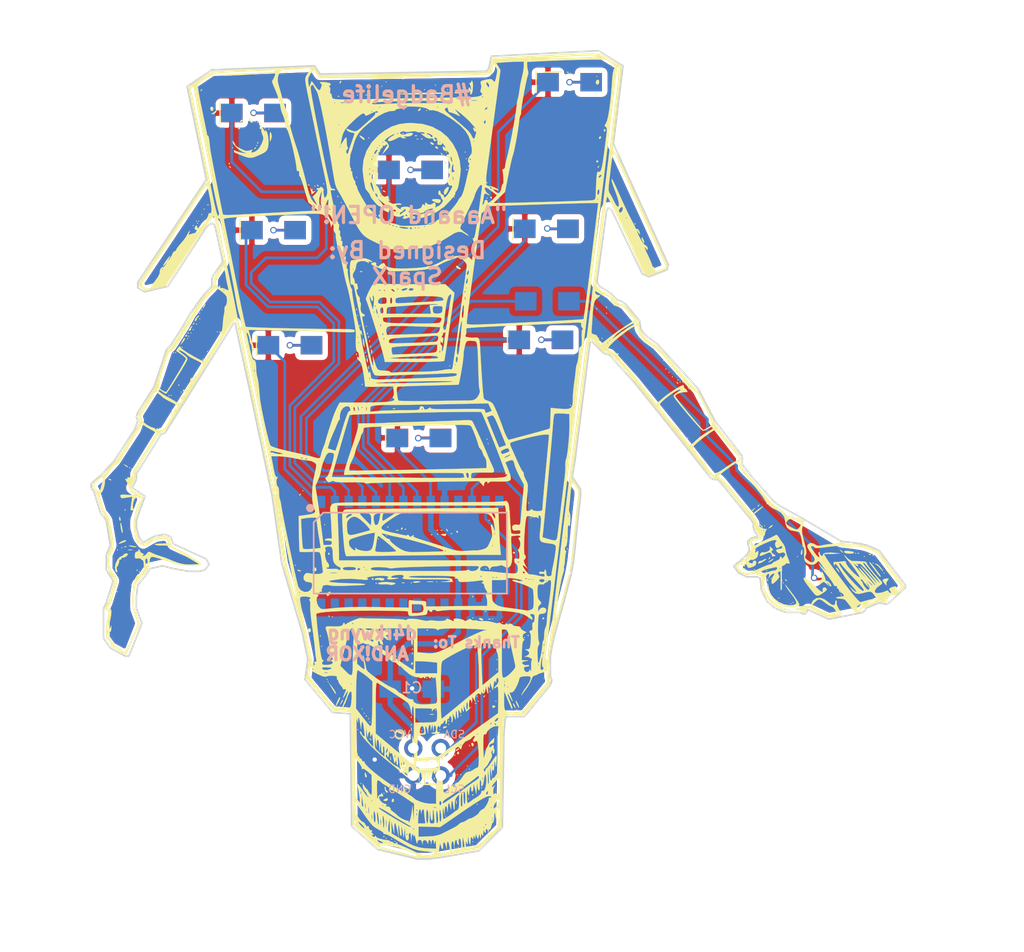
<source format=kicad_pcb>
(kicad_pcb (version 4) (host pcbnew 4.0.6)
  (layers (0 F.Cu signal) (31 B.Cu signal) (34 B.Paste user) (35 F.Paste user) (36 B.SilkS user) (37 F.SilkS user hide) (38 B.Mask user) (39 F.Mask user hide) (44 Edge.Cuts user))
  (net 0 "")
  (net 1 +3V3)
  (net 2 GND)
  (net 3 "Net-(D1-Pad2)")
  (net 4 "Net-(D2-Pad2)")
  (net 5 "Net-(D3-Pad2)")
  (net 6 "Net-(D4-Pad2)")
  (net 7 "Net-(D5-Pad2)")
  (net 8 "Net-(D6-Pad2)")
  (net 9 "Net-(D7-Pad2)")
  (net 10 "Net-(D8-Pad2)")
  (net 11 "Net-(D9-Pad2)")
  (net 12 "Net-(R1-Pad1)")
  (net 13 "Net-(R2-Pad1)")
  (net 14 "Net-(R3-Pad1)")
  (net 15 "Net-(R4-Pad1)")
  (net 16 "Net-(R5-Pad1)")
  (net 17 "Net-(R6-Pad1)")
  (net 18 "Net-(R7-Pad1)")
  (net 19 "Net-(R9-Pad1)")
  (net 20 scl)
  (net 21 sda)
  (net 22 "Net-(U1-Pad19)")
  (net 23 "Net-(U1-Pad20)")
  (net 24 "Net-(U1-Pad22)")
  (net 25 "Net-(U1-Pad23)")
  (net 26 "Net-(U1-Pad24)")
  (net 27 "Net-(U1-Pad25)")
  (net 28 "Net-(U1-Pad26)")
  (net 29 "Net-(U1-Pad27)")
  (net 30 "Net-(U1-Pad28)")
  (net 31 "Net-(U1-Pad21)")
  (module Shitty_AddOn:Badgelife-Shitty-2x2 (layer F.Cu) (at 93.472 137.668)
    (fp_text reference X1)
    (fp_text value Badgelife_shitty_connector)
    (fp_text user SDA (at 2.54 -2.54) (layer B.SilkS) (effects (font (size 0.7 0.7) (thickness 0.1)) (justify mirror)))
    (fp_text user SCL (at 2.54 2.54) (layer B.SilkS) (effects (font (size 0.7 0.7) (thickness 0.1)) (justify mirror)))
    (fp_text user GND (at -2.54 2.54) (layer B.SilkS) (effects (font (size 0.7 0.7) (thickness 0.1)) (justify mirror)))
    (fp_text user VCC (at -2.54 -2.54) (layer B.SilkS) (effects (font (size 0.7 0.7) (thickness 0.1)) (justify mirror)))
    (pad 4 thru_hole circle (at 1.27 -1.27) (size 1.7 1.7) (drill 1) (layers *.Cu *.Mask) (net 21 sda))
    (pad 3 thru_hole oval (at 1.27 1.27) (size 1.7 1.7) (drill 1) (layers *.Cu *.Mask) (net 20 scl))
    (pad 1 thru_hole oval (at -1.27 -1.27) (size 1.7 1.7) (drill 1) (layers *.Cu *.Mask) (net 1 +3V3))
    (pad 2 thru_hole oval (at -1.27 1.27) (size 1.7 1.7) (drill 1) (layers *.Cu *.Mask) (net 2 GND))
  )
  (module Design:CL4P_Silk (layer F.Cu) (at 100 100)
    (fp_text reference "" hide)
    (fp_text value "" hide)
  )
  (module Design:CL4P_Sold (layer F.Cu) (at 100 100)
    (fp_text reference "" hide)
    (fp_text value "" hide)
  )
  (module lib:C_1206_HandSoldering_Min_Silk (layer B.Cu) (at 92.0623 130.92684)
    (fp_text reference C1 (at 0 -0.127) (layer B.SilkS) (effects (justify mirror)))
    (fp_text value 0.1uf)
    (pad 1 smd rect (at -2 0) (size 2 1.6) (layers B.Cu B.Paste B.Mask) (net 1 +3V3))
    (pad 2 smd rect (at 2 0) (size 2 1.6) (layers B.Cu B.Paste B.Mask) (net 2 GND))
  )
  (module lib:R_1206_HandSoldering_Min (layer B.Cu) (at 104.013 98.5393)
    (fp_text reference R9 hide)
    (fp_text value 220 hide)
    (pad 1 smd rect (at -2 0) (size 2 1.7) (layers B.Cu B.Paste B.Mask) (net 19 "Net-(R9-Pad1)"))
    (pad 2 smd rect (at 2 0) (size 2 1.7) (layers B.Cu B.Paste B.Mask) (net 11 "Net-(D9-Pad2)"))
  )
  (module lib:R_1206_HandSoldering_Min (layer B.Cu) (at 92.70492 107.6706 180)
    (fp_text reference R8 hide)
    (fp_text value 220 hide)
    (pad 1 smd rect (at -2 0 180) (size 2 1.7) (layers B.Cu B.Paste B.Mask) (net 10 "Net-(D8-Pad2)"))
    (pad 2 smd rect (at 2 0 180) (size 2 1.7) (layers B.Cu B.Paste B.Mask) (net 1 +3V3))
  )
  (module lib:R_1206_HandSoldering_Min (layer B.Cu) (at 104.6226 94.9833)
    (fp_text reference R7 hide)
    (fp_text value 220 hide)
    (pad 1 smd rect (at -2 0) (size 2 1.7) (layers B.Cu B.Paste B.Mask) (net 18 "Net-(R7-Pad1)"))
    (pad 2 smd rect (at 2 0) (size 2 1.7) (layers B.Cu B.Paste B.Mask) (net 9 "Net-(D7-Pad2)"))
  )
  (module lib:R_1206_HandSoldering_Min (layer B.Cu) (at 104.52354 88.26246)
    (fp_text reference R6 hide)
    (fp_text value 220 hide)
    (pad 1 smd rect (at -2 0) (size 2 1.7) (layers B.Cu B.Paste B.Mask) (net 17 "Net-(R6-Pad1)"))
    (pad 2 smd rect (at 2 0) (size 2 1.7) (layers B.Cu B.Paste B.Mask) (net 8 "Net-(D6-Pad2)"))
  )
  (module lib:R_1206_HandSoldering_Min (layer B.Cu) (at 106.68 74.676)
    (fp_text reference R5 hide)
    (fp_text value 220 hide)
    (pad 1 smd rect (at -2 0) (size 2 1.7) (layers B.Cu B.Paste B.Mask) (net 16 "Net-(R5-Pad1)"))
    (pad 2 smd rect (at 2 0) (size 2 1.7) (layers B.Cu B.Paste B.Mask) (net 7 "Net-(D5-Pad2)"))
  )
  (module lib:R_1206_HandSoldering_Min (layer B.Cu) (at 91.948 82.804)
    (fp_text reference R4 hide)
    (fp_text value 220 hide)
    (pad 1 smd rect (at -2 0) (size 2 1.7) (layers B.Cu B.Paste B.Mask) (net 15 "Net-(R4-Pad1)"))
    (pad 2 smd rect (at 2 0) (size 2 1.7) (layers B.Cu B.Paste B.Mask) (net 6 "Net-(D4-Pad2)"))
  )
  (module lib:R_1206_HandSoldering_Min (layer B.Cu) (at 77.3811 77.51826)
    (fp_text reference R3 hide)
    (fp_text value 220 hide)
    (pad 1 smd rect (at -2 0) (size 2 1.7) (layers B.Cu B.Paste B.Mask) (net 14 "Net-(R3-Pad1)"))
    (pad 2 smd rect (at 2 0) (size 2 1.7) (layers B.Cu B.Paste B.Mask) (net 5 "Net-(D3-Pad2)"))
  )
  (module lib:R_1206_HandSoldering_Min (layer B.Cu) (at 79.248 88.392)
    (fp_text reference R2 hide)
    (fp_text value 220 hide)
    (pad 1 smd rect (at -2 0) (size 2 1.7) (layers B.Cu B.Paste B.Mask) (net 13 "Net-(R2-Pad1)"))
    (pad 2 smd rect (at 2 0) (size 2 1.7) (layers B.Cu B.Paste B.Mask) (net 4 "Net-(D2-Pad2)"))
  )
  (module lib:R_1206_HandSoldering_Min (layer B.Cu) (at 80.772 99.06)
    (fp_text reference R1 hide)
    (fp_text value 220 hide)
    (pad 1 smd rect (at -2 0) (size 2 1.7) (layers B.Cu B.Paste B.Mask) (net 12 "Net-(R1-Pad1)"))
    (pad 2 smd rect (at 2 0) (size 2 1.7) (layers B.Cu B.Paste B.Mask) (net 3 "Net-(D1-Pad2)"))
  )
  (module lib:LED_1206_HandSoldering_Min (layer F.Cu) (at 104.02062 98.57232)
    (fp_text reference D9 hide)
    (fp_text value LED hide)
    (pad 1 smd rect (at -2 0) (size 2 1.7) (layers F.Cu F.Paste F.Mask) (net 2 GND))
    (pad 2 smd rect (at 2 0) (size 2 1.7) (layers F.Cu F.Paste F.Mask) (net 11 "Net-(D9-Pad2)"))
  )
  (module lib:LED_1206_HandSoldering_Min (layer F.Cu) (at 92.7354 107.64012)
    (fp_text reference D8 hide)
    (fp_text value LED hide)
    (pad 1 smd rect (at -2 0) (size 2 1.7) (layers F.Cu F.Paste F.Mask) (net 2 GND))
    (pad 2 smd rect (at 2 0) (size 2 1.7) (layers F.Cu F.Paste F.Mask) (net 10 "Net-(D8-Pad2)"))
  )
  (module lib:LED_1206_HandSoldering_Min (layer F.Cu) (at 129.3876 120.7389)
    (fp_text reference D7 hide)
    (fp_text value LED hide)
    (pad 1 smd rect (at -2 0) (size 2 1.7) (layers F.Cu F.Paste F.Mask) (net 2 GND))
    (pad 2 smd rect (at 2 0) (size 2 1.7) (layers F.Cu F.Paste F.Mask) (net 9 "Net-(D7-Pad2)"))
  )
  (module lib:LED_1206_HandSoldering_Min (layer F.Cu) (at 104.53116 88.27008)
    (fp_text reference D6 hide)
    (fp_text value LED hide)
    (pad 1 smd rect (at -2 0) (size 2 1.7) (layers F.Cu F.Paste F.Mask) (net 2 GND))
    (pad 2 smd rect (at 2 0) (size 2 1.7) (layers F.Cu F.Paste F.Mask) (net 8 "Net-(D6-Pad2)"))
  )
  (module lib:LED_1206_HandSoldering_Min (layer F.Cu) (at 106.68 74.676)
    (fp_text reference D5 hide)
    (fp_text value LED hide)
    (pad 1 smd rect (at -2 0) (size 2 1.7) (layers F.Cu F.Paste F.Mask) (net 2 GND))
    (pad 2 smd rect (at 2 0) (size 2 1.7) (layers F.Cu F.Paste F.Mask) (net 7 "Net-(D5-Pad2)"))
  )
  (module lib:LED_1206_HandSoldering_Min (layer F.Cu) (at 91.948 82.804)
    (fp_text reference D4 hide)
    (fp_text value LED hide)
    (pad 1 smd rect (at -2 0) (size 2 1.7) (layers F.Cu F.Paste F.Mask) (net 2 GND))
    (pad 2 smd rect (at 2 0) (size 2 1.7) (layers F.Cu F.Paste F.Mask) (net 6 "Net-(D4-Pad2)"))
  )
  (module lib:LED_1206_HandSoldering_Min (layer F.Cu) (at 77.3938 77.54112)
    (fp_text reference D3 hide)
    (fp_text value LED hide)
    (pad 1 smd rect (at -2 0) (size 2 1.7) (layers F.Cu F.Paste F.Mask) (net 2 GND))
    (pad 2 smd rect (at 2 0) (size 2 1.7) (layers F.Cu F.Paste F.Mask) (net 5 "Net-(D3-Pad2)"))
  )
  (module lib:LED_1206_HandSoldering_Min (layer F.Cu) (at 79.248 88.392)
    (fp_text reference D2 hide)
    (fp_text value LED hide)
    (pad 1 smd rect (at -2 0) (size 2 1.7) (layers F.Cu F.Paste F.Mask) (net 2 GND))
    (pad 2 smd rect (at 2 0) (size 2 1.7) (layers F.Cu F.Paste F.Mask) (net 4 "Net-(D2-Pad2)"))
  )
  (module lib:LED_1206_HandSoldering_Min (layer F.Cu) (at 80.772 99.06)
    (fp_text reference D1 hide)
    (fp_text value LED hide)
    (pad 1 smd rect (at -2 0) (size 2 1.7) (layers F.Cu F.Paste F.Mask) (net 2 GND))
    (pad 2 smd rect (at 2 0) (size 2 1.7) (layers F.Cu F.Paste F.Mask) (net 3 "Net-(D1-Pad2)"))
  )
  (module Design:JACK2 (layer B.Cu) (at 101.6889 106.7943 195)
    (fp_text reference G*** hide)
    (fp_text value LOGO hide)
  )
  (module lib:MCP23017-ESO_NoSilk (layer B.Cu) (at 91.9226 118.3259)
    (fp_text reference U1)
    (fp_text value MCP23017)
    (pad 1 smd rect (at -8.255 -4.7498) (size 0.762 1.143) (layers B.Cu B.Paste B.Mask) (net 12 "Net-(R1-Pad1)"))
    (pad 2 smd rect (at -6.985 -4.7498) (size 0.762 1.143) (layers B.Cu B.Paste B.Mask) (net 13 "Net-(R2-Pad1)"))
    (pad 3 smd rect (at -5.715 -4.7498) (size 0.762 1.143) (layers B.Cu B.Paste B.Mask) (net 14 "Net-(R3-Pad1)"))
    (pad 4 smd rect (at -4.445 -4.7498) (size 0.762 1.143) (layers B.Cu B.Paste B.Mask) (net 15 "Net-(R4-Pad1)"))
    (pad 5 smd rect (at -3.175 -4.7498) (size 0.762 1.143) (layers B.Cu B.Paste B.Mask) (net 16 "Net-(R5-Pad1)"))
    (pad 6 smd rect (at -1.905 -4.7498) (size 0.762 1.143) (layers B.Cu B.Paste B.Mask) (net 17 "Net-(R6-Pad1)"))
    (pad 7 smd rect (at -0.635 -4.7498) (size 0.762 1.143) (layers B.Cu B.Paste B.Mask) (net 18 "Net-(R7-Pad1)"))
    (pad 8 smd rect (at 0.635 -4.7498) (size 0.762 1.143) (layers B.Cu B.Paste B.Mask) (net 19 "Net-(R9-Pad1)"))
    (pad 9 smd rect (at 1.905 -4.7498) (size 0.762 1.143) (layers B.Cu B.Paste B.Mask) (net 1 +3V3))
    (pad 10 smd rect (at 3.175 -4.7498) (size 0.762 1.143) (layers B.Cu B.Paste B.Mask) (net 2 GND))
    (pad 12 smd rect (at 5.715 -4.7498) (size 0.762 1.143) (layers B.Cu B.Paste B.Mask) (net 20 scl))
    (pad 11 smd rect (at 4.445 -4.7498) (size 0.762 1.143) (layers B.Cu B.Paste B.Mask))
    (pad 13 smd rect (at 6.985 -4.7498) (size 0.762 1.143) (layers B.Cu B.Paste B.Mask) (net 21 sda))
    (pad 14 smd rect (at 8.255 -4.7498) (size 0.762 1.143) (layers B.Cu B.Paste B.Mask))
    (pad 15 smd rect (at 8.255 4.7752) (size 0.762 1.143) (layers B.Cu B.Paste B.Mask) (net 2 GND))
    (pad 16 smd rect (at 6.985 4.7752) (size 0.762 1.143) (layers B.Cu B.Paste B.Mask) (net 2 GND))
    (pad 17 smd rect (at 5.715 4.7752) (size 0.762 1.143) (layers B.Cu B.Paste B.Mask) (net 2 GND))
    (pad 18 smd rect (at 4.445 4.7752) (size 0.762 1.143) (layers B.Cu B.Paste B.Mask) (net 1 +3V3))
    (pad 19 smd rect (at 3.175 4.7752) (size 0.762 1.143) (layers B.Cu B.Paste B.Mask) (net 22 "Net-(U1-Pad19)"))
    (pad 20 smd rect (at 1.905 4.7752) (size 0.762 1.143) (layers B.Cu B.Paste B.Mask) (net 23 "Net-(U1-Pad20)"))
    (pad 21 smd rect (at 0.635 4.7752) (size 0.762 1.143) (layers B.Cu B.Paste B.Mask) (net 31 "Net-(U1-Pad21)"))
    (pad 22 smd rect (at -0.635 4.7752) (size 0.762 1.143) (layers B.Cu B.Paste B.Mask) (net 24 "Net-(U1-Pad22)"))
    (pad 23 smd rect (at -1.905 4.7752) (size 0.762 1.143) (layers B.Cu B.Paste B.Mask) (net 25 "Net-(U1-Pad23)"))
    (pad 24 smd rect (at -3.175 4.7752) (size 0.762 1.143) (layers B.Cu B.Paste B.Mask) (net 26 "Net-(U1-Pad24)"))
    (pad 25 smd rect (at -4.445 4.7752) (size 0.762 1.143) (layers B.Cu B.Paste B.Mask) (net 27 "Net-(U1-Pad25)"))
    (pad 26 smd rect (at -5.715 4.7752) (size 0.762 1.143) (layers B.Cu B.Paste B.Mask) (net 28 "Net-(U1-Pad26)"))
    (pad 27 smd rect (at -6.985 4.7752) (size 0.762 1.143) (layers B.Cu B.Paste B.Mask) (net 29 "Net-(U1-Pad27)"))
    (pad 28 smd rect (at -8.255 4.7752) (size 0.762 1.143) (layers B.Cu B.Paste B.Mask) (net 30 "Net-(U1-Pad28)"))
  )
  (gr_text "Thanks To:" (at 98.04146 126.59614) (layer B.SilkS) (effects (font (size 1 1) (thickness 0.25)) (justify mirror)))
  (gr_text "Designed By:\nSparX" (at 91.6432 91.47556) (layer B.SilkS) (effects (font (size 1.5 1.5) (thickness 0.3)) (justify mirror)))
  (gr_text "\n\nd4rkwyng \nAND!XOR\n" (at 87.9348 124.7775) (layer B.SilkS) (effects (font (size 1.2 1.2) (thickness 0.3)) (justify mirror)))
  (gr_text "#Badgelife" (at 91.567 75.819) (layer B.SilkS) (effects (font (size 1.5 1.5) (thickness 0.3)) (justify mirror)))
  (gr_text "\"Aaaand OPEN!\" " (at 91.19616 87.00516) (layer B.SilkS) (effects (font (size 1.5 1.5) (thickness 0.3)) (justify mirror)))
  (gr_line (start 102.489 133.477) (end 100.838 133.477) (angle 90) (layer Edge.Cuts) (width 0.15))
  (gr_line (start 102.616 133.35) (end 102.489 133.477) (angle 90) (layer Edge.Cuts) (width 0.15))
  (gr_line (start 100.711 133.731) (end 100.838 133.477) (angle 90) (layer Edge.Cuts) (width 0.15))
  (gr_line (start 100.584 135.382) (end 100.711 133.731) (angle 90) (layer Edge.Cuts) (width 0.15))
  (gr_line (start 100.584 136.271) (end 100.584 135.382) (angle 90) (layer Edge.Cuts) (width 0.15))
  (gr_line (start 100.457 143.51) (end 100.584 136.271) (angle 90) (layer Edge.Cuts) (width 0.15))
  (gr_line (start 100.457 143.764) (end 100.457 143.51) (angle 90) (layer Edge.Cuts) (width 0.15))
  (gr_line (start 98.298 145.923) (end 100.457 143.764) (angle 90) (layer Edge.Cuts) (width 0.15))
  (gr_line (start 94.615 146.558) (end 98.298 145.923) (angle 90) (layer Edge.Cuts) (width 0.15))
  (gr_line (start 93.599 146.685) (end 94.615 146.558) (angle 90) (layer Edge.Cuts) (width 0.15))
  (gr_line (start 93.218 146.685) (end 93.599 146.685) (angle 90) (layer Edge.Cuts) (width 0.15))
  (gr_line (start 92.837 146.685) (end 93.218 146.685) (angle 90) (layer Edge.Cuts) (width 0.15))
  (gr_line (start 92.583 146.685) (end 92.837 146.685) (angle 90) (layer Edge.Cuts) (width 0.15))
  (gr_line (start 88.9 145.796) (end 92.583 146.685) (angle 90) (layer Edge.Cuts) (width 0.15))
  (gr_line (start 86.487 143.637) (end 88.9 145.796) (angle 90) (layer Edge.Cuts) (width 0.15))
  (gr_line (start 86.36 133.223) (end 86.487 143.637) (angle 90) (layer Edge.Cuts) (width 0.15))
  (gr_line (start 84.709 133.096) (end 86.36 133.223) (angle 90) (layer Edge.Cuts) (width 0.15))
  (gr_line (start 82.169 130.048) (end 84.709 133.096) (angle 90) (layer Edge.Cuts) (width 0.15))
  (gr_line (start 82.423 128.143) (end 82.169 130.048) (angle 90) (layer Edge.Cuts) (width 0.15))
  (gr_line (start 81.915 125.73) (end 82.423 128.143) (angle 90) (layer Edge.Cuts) (width 0.15))
  (gr_line (start 80.01 119.253) (end 81.915 125.73) (angle 90) (layer Edge.Cuts) (width 0.15))
  (gr_line (start 79.248 113.919) (end 80.01 119.253) (angle 90) (layer Edge.Cuts) (width 0.15))
  (gr_line (start 79.121 113.03) (end 79.248 113.919) (angle 90) (layer Edge.Cuts) (width 0.15))
  (gr_line (start 77.216 104.013) (end 79.121 113.03) (angle 90) (layer Edge.Cuts) (width 0.15))
  (gr_line (start 75.692 97.028) (end 77.216 104.013) (angle 90) (layer Edge.Cuts) (width 0.15))
  (gr_line (start 75.565 97.028) (end 75.692 97.028) (angle 90) (layer Edge.Cuts) (width 0.15))
  (gr_line (start 69.215 107.188) (end 75.565 97.028) (angle 90) (layer Edge.Cuts) (width 0.15))
  (gr_line (start 68.834 107.315) (end 69.215 107.188) (angle 90) (layer Edge.Cuts) (width 0.15))
  (gr_line (start 66.548 110.998) (end 68.834 107.315) (angle 90) (layer Edge.Cuts) (width 0.15))
  (gr_line (start 66.548 111.506) (end 66.548 110.998) (angle 90) (layer Edge.Cuts) (width 0.15))
  (gr_line (start 66.167 112.268) (end 66.548 111.506) (angle 90) (layer Edge.Cuts) (width 0.15))
  (gr_line (start 67.31 113.03) (end 66.167 112.268) (angle 90) (layer Edge.Cuts) (width 0.15))
  (gr_line (start 67.31 113.157) (end 67.31 113.03) (angle 90) (layer Edge.Cuts) (width 0.15))
  (gr_line (start 66.802 114.554) (end 67.31 113.157) (angle 90) (layer Edge.Cuts) (width 0.15))
  (gr_line (start 66.548 115.316) (end 66.802 114.554) (angle 90) (layer Edge.Cuts) (width 0.15))
  (gr_line (start 66.548 115.951) (end 66.548 115.316) (angle 90) (layer Edge.Cuts) (width 0.15))
  (gr_line (start 66.802 116.84) (end 66.548 115.951) (angle 90) (layer Edge.Cuts) (width 0.15))
  (gr_line (start 67.183 117.348) (end 66.802 116.84) (angle 90) (layer Edge.Cuts) (width 0.15))
  (gr_line (start 67.818 116.967) (end 67.183 117.348) (angle 90) (layer Edge.Cuts) (width 0.15))
  (gr_line (start 68.326 116.713) (end 67.818 116.967) (angle 90) (layer Edge.Cuts) (width 0.15))
  (gr_line (start 69.215 116.586) (end 68.326 116.713) (angle 90) (layer Edge.Cuts) (width 0.15))
  (gr_line (start 69.723 116.84) (end 69.215 116.586) (angle 90) (layer Edge.Cuts) (width 0.15))
  (gr_line (start 69.977 117.475) (end 69.723 116.84) (angle 90) (layer Edge.Cuts) (width 0.15))
  (gr_line (start 73.025 118.872) (end 69.977 117.475) (angle 90) (layer Edge.Cuts) (width 0.15))
  (gr_line (start 73.279 119.38) (end 73.025 118.872) (angle 90) (layer Edge.Cuts) (width 0.15))
  (gr_line (start 72.898 119.888) (end 73.279 119.38) (angle 90) (layer Edge.Cuts) (width 0.15))
  (gr_line (start 72.39 120.015) (end 72.898 119.888) (angle 90) (layer Edge.Cuts) (width 0.15))
  (gr_line (start 71.374 120.015) (end 72.39 120.015) (angle 90) (layer Edge.Cuts) (width 0.15))
  (gr_line (start 69.977 119.761) (end 71.374 120.015) (angle 90) (layer Edge.Cuts) (width 0.15))
  (gr_line (start 68.961 119.507) (end 69.977 119.761) (angle 90) (layer Edge.Cuts) (width 0.15))
  (gr_line (start 67.818 119.761) (end 68.961 119.507) (angle 90) (layer Edge.Cuts) (width 0.15))
  (gr_line (start 67.31 120.523) (end 67.818 119.761) (angle 90) (layer Edge.Cuts) (width 0.15))
  (gr_line (start 66.675 121.285) (end 67.31 120.523) (angle 90) (layer Edge.Cuts) (width 0.15))
  (gr_line (start 66.548 122.428) (end 66.675 121.285) (angle 90) (layer Edge.Cuts) (width 0.15))
  (gr_line (start 66.548 123.444) (end 66.548 122.428) (angle 90) (layer Edge.Cuts) (width 0.15))
  (gr_line (start 67.056 124.841) (end 66.548 123.444) (angle 90) (layer Edge.Cuts) (width 0.15))
  (gr_line (start 65.913 127.762) (end 67.056 124.841) (angle 90) (layer Edge.Cuts) (width 0.15))
  (gr_line (start 65.786 127.889) (end 65.913 127.762) (angle 90) (layer Edge.Cuts) (width 0.15))
  (gr_line (start 65.532 127.889) (end 65.786 127.889) (angle 90) (layer Edge.Cuts) (width 0.15))
  (gr_line (start 64.135 127.127) (end 65.532 127.889) (angle 90) (layer Edge.Cuts) (width 0.15))
  (gr_line (start 63.5 126.238) (end 64.135 127.127) (angle 90) (layer Edge.Cuts) (width 0.15))
  (gr_line (start 63.5 123.444) (end 63.5 126.238) (angle 90) (layer Edge.Cuts) (width 0.15))
  (gr_line (start 63.754 122.936) (end 63.5 123.444) (angle 90) (layer Edge.Cuts) (width 0.15))
  (gr_line (start 64.389 120.904) (end 63.754 122.936) (angle 90) (layer Edge.Cuts) (width 0.15))
  (gr_line (start 63.754 119.888) (end 64.389 120.904) (angle 90) (layer Edge.Cuts) (width 0.15))
  (gr_line (start 63.754 118.491) (end 63.754 119.888) (angle 90) (layer Edge.Cuts) (width 0.15))
  (gr_line (start 64.135 117.602) (end 63.754 118.491) (angle 90) (layer Edge.Cuts) (width 0.15))
  (gr_line (start 63.754 115.316) (end 64.135 117.602) (angle 90) (layer Edge.Cuts) (width 0.15))
  (gr_line (start 63.5 114.935) (end 63.754 115.316) (angle 90) (layer Edge.Cuts) (width 0.15))
  (gr_line (start 63.246 114.681) (end 63.5 114.935) (angle 90) (layer Edge.Cuts) (width 0.15))
  (gr_line (start 62.611 112.649) (end 63.246 114.681) (angle 90) (layer Edge.Cuts) (width 0.15))
  (gr_line (start 62.357 112.268) (end 62.611 112.649) (angle 90) (layer Edge.Cuts) (width 0.15))
  (gr_line (start 62.357 111.887) (end 62.357 112.268) (angle 90) (layer Edge.Cuts) (width 0.15))
  (gr_line (start 62.611 111.633) (end 62.357 111.887) (angle 90) (layer Edge.Cuts) (width 0.15))
  (gr_line (start 63.246 111.125) (end 62.611 111.633) (angle 90) (layer Edge.Cuts) (width 0.15))
  (gr_line (start 64.516 109.728) (end 63.246 111.125) (angle 90) (layer Edge.Cuts) (width 0.15))
  (gr_line (start 66.421 106.807) (end 64.516 109.728) (angle 90) (layer Edge.Cuts) (width 0.15))
  (gr_line (start 66.675 106.045) (end 66.421 106.807) (angle 90) (layer Edge.Cuts) (width 0.15))
  (gr_line (start 66.548 105.664) (end 66.675 106.045) (angle 90) (layer Edge.Cuts) (width 0.15))
  (gr_line (start 66.675 105.283) (end 66.548 105.664) (angle 90) (layer Edge.Cuts) (width 0.15))
  (gr_line (start 68.199 102.87) (end 66.675 105.283) (angle 90) (layer Edge.Cuts) (width 0.15))
  (gr_line (start 69.342 99.441) (end 68.199 102.87) (angle 90) (layer Edge.Cuts) (width 0.15))
  (gr_line (start 69.723 99.06) (end 69.342 99.441) (angle 90) (layer Edge.Cuts) (width 0.15))
  (gr_line (start 70.866 97.282) (end 69.723 99.06) (angle 90) (layer Edge.Cuts) (width 0.15))
  (gr_line (start 71.501 96.139) (end 70.866 97.282) (angle 90) (layer Edge.Cuts) (width 0.15))
  (gr_line (start 71.882 95.631) (end 71.501 96.139) (angle 90) (layer Edge.Cuts) (width 0.15))
  (gr_line (start 72.136 95.25) (end 71.882 95.631) (angle 90) (layer Edge.Cuts) (width 0.15))
  (gr_line (start 72.517 94.742) (end 72.136 95.25) (angle 90) (layer Edge.Cuts) (width 0.15))
  (gr_line (start 72.898 94.234) (end 72.517 94.742) (angle 90) (layer Edge.Cuts) (width 0.15))
  (gr_line (start 73.533 93.599) (end 72.898 94.234) (angle 90) (layer Edge.Cuts) (width 0.15))
  (gr_line (start 73.533 93.345) (end 73.533 93.599) (angle 90) (layer Edge.Cuts) (width 0.15))
  (gr_line (start 73.533 92.964) (end 73.533 93.345) (angle 90) (layer Edge.Cuts) (width 0.15))
  (gr_line (start 73.66 92.583) (end 73.533 92.964) (angle 90) (layer Edge.Cuts) (width 0.15))
  (gr_line (start 74.549 91.313) (end 73.66 92.583) (angle 90) (layer Edge.Cuts) (width 0.15))
  (gr_line (start 73.914 88.392) (end 74.549 91.313) (angle 90) (layer Edge.Cuts) (width 0.15))
  (gr_line (start 73.787 87.884) (end 73.914 88.392) (angle 90) (layer Edge.Cuts) (width 0.15))
  (gr_line (start 73.533 87.757) (end 73.787 87.884) (angle 90) (layer Edge.Cuts) (width 0.15))
  (gr_line (start 73.279 87.884) (end 73.533 87.757) (angle 90) (layer Edge.Cuts) (width 0.15))
  (gr_line (start 73.025 88.138) (end 73.279 87.884) (angle 90) (layer Edge.Cuts) (width 0.15))
  (gr_line (start 69.469 93.599) (end 73.025 88.138) (angle 90) (layer Edge.Cuts) (width 0.15))
  (gr_line (start 67.31 94.107) (end 69.469 93.599) (angle 90) (layer Edge.Cuts) (width 0.15))
  (gr_line (start 66.675 93.726) (end 67.31 94.107) (angle 90) (layer Edge.Cuts) (width 0.15))
  (gr_line (start 66.675 93.218) (end 66.675 93.726) (angle 90) (layer Edge.Cuts) (width 0.15))
  (gr_line (start 73.025 83.693) (end 66.675 93.218) (angle 90) (layer Edge.Cuts) (width 0.15))
  (gr_line (start 71.247 75.057) (end 73.025 83.693) (angle 90) (layer Edge.Cuts) (width 0.15))
  (gr_line (start 73.533 73.533) (end 71.247 75.057) (angle 90) (layer Edge.Cuts) (width 0.15))
  (gr_line (start 83.058 73.152) (end 73.533 73.533) (angle 90) (layer Edge.Cuts) (width 0.15))
  (gr_line (start 83.566 73.914) (end 83.058 73.152) (angle 90) (layer Edge.Cuts) (width 0.15))
  (gr_line (start 98.933 73.66) (end 83.566 73.914) (angle 90) (layer Edge.Cuts) (width 0.15))
  (gr_line (start 99.187 73.406) (end 98.933 73.66) (angle 90) (layer Edge.Cuts) (width 0.15))
  (gr_line (start 99.441 72.263) (end 99.187 73.406) (angle 90) (layer Edge.Cuts) (width 0.15))
  (gr_line (start 109.347 71.755) (end 99.441 72.263) (angle 90) (layer Edge.Cuts) (width 0.15))
  (gr_line (start 111.633 73.152) (end 109.347 71.755) (angle 90) (layer Edge.Cuts) (width 0.15))
  (gr_line (start 110.744 80.391) (end 111.633 73.152) (angle 90) (layer Edge.Cuts) (width 0.15))
  (gr_line (start 115.824 91.567) (end 110.744 80.391) (angle 90) (layer Edge.Cuts) (width 0.15))
  (gr_line (start 115.697 92.075) (end 115.824 91.567) (angle 90) (layer Edge.Cuts) (width 0.15))
  (gr_line (start 114.046 92.71) (end 115.697 92.075) (angle 90) (layer Edge.Cuts) (width 0.15))
  (gr_line (start 113.411 92.456) (end 114.046 92.71) (angle 90) (layer Edge.Cuts) (width 0.15))
  (gr_line (start 110.617 86.614) (end 113.411 92.456) (angle 90) (layer Edge.Cuts) (width 0.15))
  (gr_line (start 110.49 86.487) (end 110.617 86.614) (angle 90) (layer Edge.Cuts) (width 0.15))
  (gr_line (start 110.363 86.36) (end 110.49 86.487) (angle 90) (layer Edge.Cuts) (width 0.15))
  (gr_line (start 110.236 86.36) (end 110.363 86.36) (angle 90) (layer Edge.Cuts) (width 0.15))
  (gr_line (start 110.109 86.614) (end 110.236 86.36) (angle 90) (layer Edge.Cuts) (width 0.15))
  (gr_line (start 109.22 93.218) (end 110.109 86.614) (angle 90) (layer Edge.Cuts) (width 0.15))
  (gr_line (start 109.474 93.599) (end 109.22 93.218) (angle 90) (layer Edge.Cuts) (width 0.15))
  (gr_line (start 110.49 94.234) (end 109.474 93.599) (angle 90) (layer Edge.Cuts) (width 0.15))
  (gr_line (start 111.125 94.869) (end 110.49 94.234) (angle 90) (layer Edge.Cuts) (width 0.15))
  (gr_line (start 111.506 94.996) (end 111.125 94.869) (angle 90) (layer Edge.Cuts) (width 0.15))
  (gr_line (start 111.887 95.25) (end 111.506 94.996) (angle 90) (layer Edge.Cuts) (width 0.15))
  (gr_line (start 113.157 96.774) (end 111.887 95.25) (angle 90) (layer Edge.Cuts) (width 0.15))
  (gr_line (start 113.284 97.536) (end 113.157 96.774) (angle 90) (layer Edge.Cuts) (width 0.15))
  (gr_line (start 113.538 97.917) (end 113.284 97.536) (angle 90) (layer Edge.Cuts) (width 0.15))
  (gr_line (start 113.919 98.298) (end 113.538 97.917) (angle 90) (layer Edge.Cuts) (width 0.15))
  (gr_line (start 114.808 98.933) (end 113.919 98.298) (angle 90) (layer Edge.Cuts) (width 0.15))
  (gr_line (start 118.618 103.124) (end 114.808 98.933) (angle 90) (layer Edge.Cuts) (width 0.15))
  (gr_line (start 120.142 106.045) (end 118.618 103.124) (angle 90) (layer Edge.Cuts) (width 0.15))
  (gr_line (start 122.682 109.347) (end 120.142 106.045) (angle 90) (layer Edge.Cuts) (width 0.15))
  (gr_line (start 122.682 110.109) (end 122.682 109.347) (angle 90) (layer Edge.Cuts) (width 0.15))
  (gr_line (start 123.571 111.252) (end 122.682 110.109) (angle 90) (layer Edge.Cuts) (width 0.15))
  (gr_line (start 125.603 113.538) (end 123.571 111.252) (angle 90) (layer Edge.Cuts) (width 0.15))
  (gr_line (start 126.111 113.919) (end 125.603 113.538) (angle 90) (layer Edge.Cuts) (width 0.15))
  (gr_line (start 128.397 115.189) (end 126.111 113.919) (angle 90) (layer Edge.Cuts) (width 0.15))
  (gr_line (start 131.826 117.221) (end 128.397 115.189) (angle 90) (layer Edge.Cuts) (width 0.15))
  (gr_line (start 132.842 117.348) (end 131.826 117.221) (angle 90) (layer Edge.Cuts) (width 0.15))
  (gr_line (start 133.731 117.475) (end 132.842 117.348) (angle 90) (layer Edge.Cuts) (width 0.15))
  (gr_line (start 134.239 117.602) (end 133.731 117.475) (angle 90) (layer Edge.Cuts) (width 0.15))
  (gr_line (start 134.874 117.856) (end 134.239 117.602) (angle 90) (layer Edge.Cuts) (width 0.15))
  (gr_line (start 135.382 118.11) (end 134.874 117.856) (angle 90) (layer Edge.Cuts) (width 0.15))
  (gr_line (start 137.795 121.285) (end 135.382 118.11) (angle 90) (layer Edge.Cuts) (width 0.15))
  (gr_line (start 137.795 121.539) (end 137.795 121.285) (angle 90) (layer Edge.Cuts) (width 0.15))
  (gr_line (start 136.271 122.936) (end 137.795 121.539) (angle 90) (layer Edge.Cuts) (width 0.15))
  (gr_line (start 136.017 123.063) (end 136.271 122.936) (angle 90) (layer Edge.Cuts) (width 0.15))
  (gr_line (start 135.382 122.936) (end 136.017 123.063) (angle 90) (layer Edge.Cuts) (width 0.15))
  (gr_line (start 134.112 123.444) (end 135.382 122.936) (angle 90) (layer Edge.Cuts) (width 0.15))
  (gr_line (start 134.112 123.571) (end 134.112 123.444) (angle 90) (layer Edge.Cuts) (width 0.15))
  (gr_line (start 133.985 123.698) (end 134.112 123.571) (angle 90) (layer Edge.Cuts) (width 0.15))
  (gr_line (start 133.858 123.825) (end 133.985 123.698) (angle 90) (layer Edge.Cuts) (width 0.15))
  (gr_line (start 131.953 124.206) (end 133.858 123.825) (angle 90) (layer Edge.Cuts) (width 0.15))
  (gr_line (start 130.683 124.46) (end 131.953 124.206) (angle 90) (layer Edge.Cuts) (width 0.15))
  (gr_line (start 128.778 123.571) (end 130.683 124.46) (angle 90) (layer Edge.Cuts) (width 0.15))
  (gr_line (start 128.524 123.952) (end 128.778 123.571) (angle 90) (layer Edge.Cuts) (width 0.15))
  (gr_line (start 128.27 123.952) (end 128.524 123.952) (angle 90) (layer Edge.Cuts) (width 0.15))
  (gr_line (start 128.016 123.825) (end 128.27 123.952) (angle 90) (layer Edge.Cuts) (width 0.15))
  (gr_line (start 126.746 123.825) (end 128.016 123.825) (angle 90) (layer Edge.Cuts) (width 0.15))
  (gr_line (start 125.73 123.444) (end 126.746 123.825) (angle 90) (layer Edge.Cuts) (width 0.15))
  (gr_line (start 124.968 122.809) (end 125.73 123.444) (angle 90) (layer Edge.Cuts) (width 0.15))
  (gr_line (start 124.46 121.793) (end 124.968 122.809) (angle 90) (layer Edge.Cuts) (width 0.15))
  (gr_line (start 124.333 120.65) (end 124.46 121.793) (angle 90) (layer Edge.Cuts) (width 0.15))
  (gr_line (start 124.079 120.523) (end 124.333 120.65) (angle 90) (layer Edge.Cuts) (width 0.15))
  (gr_line (start 123.063 120.523) (end 124.079 120.523) (angle 90) (layer Edge.Cuts) (width 0.15))
  (gr_line (start 122.809 120.396) (end 123.063 120.523) (angle 90) (layer Edge.Cuts) (width 0.15))
  (gr_line (start 122.301 120.142) (end 122.809 120.396) (angle 90) (layer Edge.Cuts) (width 0.15))
  (gr_line (start 122.047 119.761) (end 122.301 120.142) (angle 90) (layer Edge.Cuts) (width 0.15))
  (gr_line (start 121.92 119.634) (end 122.047 119.761) (angle 90) (layer Edge.Cuts) (width 0.15))
  (gr_line (start 121.92 119.507) (end 121.92 119.634) (angle 90) (layer Edge.Cuts) (width 0.15))
  (gr_line (start 122.047 119.38) (end 121.92 119.507) (angle 90) (layer Edge.Cuts) (width 0.15))
  (gr_line (start 122.682 118.872) (end 122.047 119.38) (angle 90) (layer Edge.Cuts) (width 0.15))
  (gr_line (start 122.809 118.745) (end 122.682 118.872) (angle 90) (layer Edge.Cuts) (width 0.15))
  (gr_line (start 123.19 118.364) (end 122.809 118.745) (angle 90) (layer Edge.Cuts) (width 0.15))
  (gr_line (start 123.317 118.11) (end 123.19 118.364) (angle 90) (layer Edge.Cuts) (width 0.15))
  (gr_line (start 123.317 117.856) (end 123.317 118.11) (angle 90) (layer Edge.Cuts) (width 0.15))
  (gr_line (start 123.19 117.475) (end 123.317 117.856) (angle 90) (layer Edge.Cuts) (width 0.15))
  (gr_line (start 123.19 117.348) (end 123.19 117.475) (angle 90) (layer Edge.Cuts) (width 0.15))
  (gr_line (start 123.19 117.221) (end 123.19 117.348) (angle 90) (layer Edge.Cuts) (width 0.15))
  (gr_line (start 123.444 116.967) (end 123.19 117.221) (angle 90) (layer Edge.Cuts) (width 0.15))
  (gr_line (start 123.825 116.84) (end 123.444 116.967) (angle 90) (layer Edge.Cuts) (width 0.15))
  (gr_line (start 124.079 116.84) (end 123.825 116.84) (angle 90) (layer Edge.Cuts) (width 0.15))
  (gr_line (start 124.079 116.713) (end 124.079 116.84) (angle 90) (layer Edge.Cuts) (width 0.15))
  (gr_line (start 123.825 116.332) (end 124.079 116.713) (angle 90) (layer Edge.Cuts) (width 0.15))
  (gr_line (start 123.698 115.951) (end 123.825 116.332) (angle 90) (layer Edge.Cuts) (width 0.15))
  (gr_line (start 123.698 115.57) (end 123.698 115.951) (angle 90) (layer Edge.Cuts) (width 0.15))
  (gr_line (start 123.444 115.189) (end 123.698 115.57) (angle 90) (layer Edge.Cuts) (width 0.15))
  (gr_line (start 120.65 111.76) (end 123.444 115.189) (angle 90) (layer Edge.Cuts) (width 0.15))
  (gr_line (start 120.396 111.506) (end 120.65 111.76) (angle 90) (layer Edge.Cuts) (width 0.15))
  (gr_line (start 120.269 111.506) (end 120.396 111.506) (angle 90) (layer Edge.Cuts) (width 0.15))
  (gr_line (start 120.015 111.506) (end 120.269 111.506) (angle 90) (layer Edge.Cuts) (width 0.15))
  (gr_line (start 119.761 111.379) (end 120.015 111.506) (angle 90) (layer Edge.Cuts) (width 0.15))
  (gr_line (start 116.332 107.061) (end 119.761 111.379) (angle 90) (layer Edge.Cuts) (width 0.15))
  (gr_line (start 112.649 102.489) (end 116.332 107.061) (angle 90) (layer Edge.Cuts) (width 0.15))
  (gr_line (start 110.363 99.949) (end 112.649 102.489) (angle 90) (layer Edge.Cuts) (width 0.15))
  (gr_line (start 109.855 99.822) (end 110.363 99.949) (angle 90) (layer Edge.Cuts) (width 0.15))
  (gr_line (start 109.22 99.187) (end 109.855 99.822) (angle 90) (layer Edge.Cuts) (width 0.15))
  (gr_line (start 108.839 98.806) (end 109.22 99.187) (angle 90) (layer Edge.Cuts) (width 0.15))
  (gr_line (start 108.712 98.679) (end 108.839 98.806) (angle 90) (layer Edge.Cuts) (width 0.15))
  (gr_line (start 108.585 98.806) (end 108.712 98.679) (angle 90) (layer Edge.Cuts) (width 0.15))
  (gr_line (start 108.458 99.695) (end 108.585 98.806) (angle 90) (layer Edge.Cuts) (width 0.15))
  (gr_line (start 108.077 102.743) (end 108.458 99.695) (angle 90) (layer Edge.Cuts) (width 0.15))
  (gr_line (start 107.188 109.728) (end 108.077 102.743) (angle 90) (layer Edge.Cuts) (width 0.15))
  (gr_line (start 106.934 111.252) (end 107.188 109.728) (angle 90) (layer Edge.Cuts) (width 0.15))
  (gr_line (start 107.696 112.395) (end 106.934 111.252) (angle 90) (layer Edge.Cuts) (width 0.15))
  (gr_line (start 107.696 113.03) (end 107.696 112.395) (angle 90) (layer Edge.Cuts) (width 0.15))
  (gr_line (start 107.442 115.316) (end 107.696 113.03) (angle 90) (layer Edge.Cuts) (width 0.15))
  (gr_line (start 107.188 117.856) (end 107.442 115.316) (angle 90) (layer Edge.Cuts) (width 0.15))
  (gr_line (start 107.061 118.999) (end 107.188 117.856) (angle 90) (layer Edge.Cuts) (width 0.15))
  (gr_line (start 106.934 119.761) (end 107.061 118.999) (angle 90) (layer Edge.Cuts) (width 0.15))
  (gr_line (start 106.807 120.396) (end 106.934 119.761) (angle 90) (layer Edge.Cuts) (width 0.15))
  (gr_line (start 106.172 122.809) (end 106.807 120.396) (angle 90) (layer Edge.Cuts) (width 0.15))
  (gr_line (start 105.664 124.587) (end 106.172 122.809) (angle 90) (layer Edge.Cuts) (width 0.15))
  (gr_line (start 105.283 125.984) (end 105.664 124.587) (angle 90) (layer Edge.Cuts) (width 0.15))
  (gr_line (start 105.029 127.127) (end 105.283 125.984) (angle 90) (layer Edge.Cuts) (width 0.15))
  (gr_line (start 104.902 127.889) (end 105.029 127.127) (angle 90) (layer Edge.Cuts) (width 0.15))
  (gr_line (start 104.902 128.27) (end 104.902 127.889) (angle 90) (layer Edge.Cuts) (width 0.15))
  (gr_line (start 104.902 129.54) (end 104.902 128.27) (angle 90) (layer Edge.Cuts) (width 0.15))
  (gr_line (start 104.902 129.794) (end 104.902 129.54) (angle 90) (layer Edge.Cuts) (width 0.15))
  (gr_line (start 105.029 130.048) (end 104.902 129.794) (angle 90) (layer Edge.Cuts) (width 0.15))
  (gr_line (start 105.029 130.175) (end 105.029 130.048) (angle 90) (layer Edge.Cuts) (width 0.15))
  (gr_line (start 104.902 130.556) (end 105.029 130.175) (angle 90) (layer Edge.Cuts) (width 0.15))
  (gr_line (start 102.616 133.35) (end 104.902 130.556) (angle 90) (layer Edge.Cuts) (width 0.15))
  (segment (start 93.79331 112.14227) (end 93.79331 111.77651) (width 0.25) (layer B.Cu) (net 1))
  (segment (start 93.8276 113.5761) (end 93.79331 112.14227) (width 0.25) (layer B.Cu) (net 1))
  (segment (start 90.70492 108.68812) (end 90.70492 107.6706) (width 0.25) (layer B.Cu) (net 1))
  (segment (start 93.79331 111.77651) (end 90.70492 108.68812) (width 0.25) (layer B.Cu) (net 1))
  (segment (start 96.3676 123.1011) (end 96.3676 118.69166) (width 0.5) (layer B.Cu) (net 1))
  (segment (start 93.8276 116.15166) (end 93.8276 113.5761) (width 0.5) (layer B.Cu) (net 1))
  (segment (start 96.3676 118.69166) (end 93.8276 116.15166) (width 0.5) (layer B.Cu) (net 1))
  (segment (start 90.0623 130.92684) (end 90.0623 128.33706) (width 0.5) (layer B.Cu) (net 1))
  (segment (start 96.3676 125.64872) (end 96.3676 123.1011) (width 0.5) (layer B.Cu) (net 1))
  (segment (start 95.28048 126.73584) (end 96.3676 125.64872) (width 0.5) (layer B.Cu) (net 1))
  (segment (start 91.66352 126.73584) (end 95.28048 126.73584) (width 0.5) (layer B.Cu) (net 1))
  (segment (start 90.0623 128.33706) (end 91.66352 126.73584) (width 0.5) (layer B.Cu) (net 1))
  (segment (start 92.202 136.398) (end 92.202 134.47522) (width 0.5) (layer B.Cu) (net 1))
  (segment (start 92.202 134.47522) (end 90.0623 132.33552) (width 0.5) (layer B.Cu) (net 1))
  (segment (start 90.0623 132.33552) (end 90.0623 130.92684) (width 0.5) (layer B.Cu) (net 1))
  (segment (start 97.6376 123.1011) (end 98.9076 123.1011) (width 0.25) (layer B.Cu) (net 2))
  (segment (start 98.9076 123.1011) (end 100.1776 123.1011) (width 0.25) (layer B.Cu) (net 2))
  (segment (start 92.202 138.938) (end 90.09888 138.938) (width 0.25) (layer B.Cu) (net 2))
  (segment (start 92.15628 130.92684) (end 94.0623 130.92684) (width 0.25) (layer B.Cu) (net 2))
  (segment (start 92.09532 130.86588) (end 92.15628 130.92684) (width 0.25) (layer B.Cu) (net 2))
  (via (at 92.09532 130.86588) (size 0.6) (drill 0.4) (layers F.Cu B.Cu) (net 2))
  (segment (start 92.09532 133.99516) (end 92.09532 130.86588) (width 0.25) (layer F.Cu) (net 2))
  (segment (start 88.62568 137.4648) (end 92.09532 133.99516) (width 0.25) (layer F.Cu) (net 2))
  (via (at 88.62568 137.4648) (size 0.6) (drill 0.4) (layers F.Cu B.Cu) (net 2))
  (segment (start 90.09888 138.938) (end 88.62568 137.4648) (width 0.25) (layer B.Cu) (net 2))
  (segment (start 127.508 120.872) (end 127.54 120.904) (width 0.25) (layer F.Cu) (net 2))
  (segment (start 89.948 82.804) (end 89.948 83.09) (width 0.25) (layer F.Cu) (net 2))
  (segment (start 82.772 99.06) (end 80.772 99.06) (width 0.25) (layer F.Cu) (net 3))
  (segment (start 80.772 99.06) (end 82.772 99.06) (width 0.25) (layer B.Cu) (net 3))
  (via (at 80.772 99.06) (size 0.6) (drill 0.4) (layers F.Cu B.Cu) (net 3))
  (segment (start 81.248 88.392) (end 79.248 88.392) (width 0.25) (layer B.Cu) (net 4))
  (segment (start 79.248 88.392) (end 81.248 88.392) (width 0.25) (layer F.Cu) (net 4))
  (via (at 79.248 88.392) (size 0.6) (drill 0.4) (layers F.Cu B.Cu) (net 4))
  (segment (start 79.3811 77.51826) (end 77.40396 77.51826) (width 0.25) (layer B.Cu) (net 5))
  (segment (start 77.42682 77.54112) (end 79.3938 77.54112) (width 0.25) (layer F.Cu) (net 5))
  (segment (start 77.40396 77.51826) (end 77.42682 77.54112) (width 0.25) (layer F.Cu) (net 5))
  (via (at 77.40396 77.51826) (size 0.6) (drill 0.4) (layers F.Cu B.Cu) (net 5))
  (segment (start 93.948 82.804) (end 91.948 82.804) (width 0.25) (layer B.Cu) (net 6))
  (segment (start 91.948 82.804) (end 93.948 82.804) (width 0.25) (layer F.Cu) (net 6))
  (via (at 91.948 82.804) (size 0.6) (drill 0.4) (layers F.Cu B.Cu) (net 6))
  (segment (start 108.68 74.676) (end 106.68 74.676) (width 0.25) (layer B.Cu) (net 7))
  (segment (start 106.68 74.676) (end 108.68 74.676) (width 0.25) (layer F.Cu) (net 7))
  (via (at 106.68 74.676) (size 0.6) (drill 0.4) (layers F.Cu B.Cu) (net 7))
  (segment (start 106.52354 88.26246) (end 104.64292 88.26246) (width 0.25) (layer B.Cu) (net 8))
  (segment (start 104.65054 88.27008) (end 106.53116 88.27008) (width 0.25) (layer F.Cu) (net 8))
  (segment (start 104.61244 88.23198) (end 104.65054 88.27008) (width 0.25) (layer F.Cu) (net 8))
  (via (at 104.61244 88.23198) (size 0.6) (drill 0.4) (layers F.Cu B.Cu) (net 8))
  (segment (start 104.64292 88.26246) (end 104.61244 88.23198) (width 0.25) (layer B.Cu) (net 8))
  (segment (start 122.15368 110.2233) (end 122.15368 110.64748) (width 0.25) (layer B.Cu) (net 9))
  (segment (start 112.46866 98.93554) (end 119.44096 105.90784) (width 0.25) (layer B.Cu) (net 9))
  (segment (start 119.44096 105.90784) (end 119.44096 107.51058) (width 0.25) (layer B.Cu) (net 9))
  (segment (start 119.44096 107.51058) (end 122.15368 110.2233) (width 0.25) (layer B.Cu) (net 9))
  (segment (start 106.6226 94.9833) (end 108.50626 94.9833) (width 0.25) (layer B.Cu) (net 9))
  (segment (start 129.45618 120.7389) (end 131.3876 120.7389) (width 0.25) (layer F.Cu) (net 9))
  (segment (start 129.33426 120.61698) (end 129.45618 120.7389) (width 0.25) (layer F.Cu) (net 9))
  (via (at 129.33426 120.61698) (size 0.6) (drill 0.4) (layers F.Cu B.Cu) (net 9))
  (segment (start 129.19456 120.47728) (end 129.33426 120.61698) (width 0.25) (layer B.Cu) (net 9))
  (segment (start 129.19456 118.40972) (end 129.19456 120.47728) (width 0.25) (layer B.Cu) (net 9))
  (segment (start 108.50626 94.9833) (end 112.4585 98.93554) (width 0.25) (layer B.Cu) (net 9))
  (segment (start 112.4585 98.93554) (end 112.46866 98.93554) (width 0.25) (layer B.Cu) (net 9))
  (segment (start 129.19456 117.68836) (end 129.19456 118.40972) (width 0.25) (layer B.Cu) (net 9))
  (segment (start 122.15368 110.64748) (end 129.19456 117.68836) (width 0.25) (layer B.Cu) (net 9))
  (segment (start 94.70492 107.6706) (end 92.6592 107.6706) (width 0.25) (layer B.Cu) (net 10))
  (segment (start 92.68968 107.64012) (end 94.7354 107.64012) (width 0.25) (layer F.Cu) (net 10))
  (segment (start 92.6592 107.6706) (end 92.68968 107.64012) (width 0.25) (layer F.Cu) (net 10))
  (via (at 92.6592 107.6706) (size 0.6) (drill 0.4) (layers F.Cu B.Cu) (net 10))
  (segment (start 106.02062 98.57232) (end 104.0892 98.57232) (width 0.25) (layer F.Cu) (net 11))
  (segment (start 104.0765 98.5393) (end 106.013 98.5393) (width 0.25) (layer B.Cu) (net 11))
  (segment (start 104.06634 98.54946) (end 104.0765 98.5393) (width 0.25) (layer B.Cu) (net 11))
  (via (at 104.06634 98.54946) (size 0.6) (drill 0.4) (layers F.Cu B.Cu) (net 11))
  (segment (start 104.0892 98.57232) (end 104.06634 98.54946) (width 0.25) (layer F.Cu) (net 11))
  (segment (start 83.6676 113.5761) (end 83.33232 113.5761) (width 0.25) (layer B.Cu) (net 12))
  (segment (start 83.33232 113.5761) (end 80.29194 110.53572) (width 0.25) (layer B.Cu) (net 12))
  (segment (start 80.29194 110.53572) (end 80.29194 100.57994) (width 0.25) (layer B.Cu) (net 12))
  (segment (start 80.29194 100.57994) (end 78.772 99.06) (width 0.25) (layer B.Cu) (net 12))
  (segment (start 84.9376 113.5761) (end 84.9376 112.63376) (width 0.25) (layer B.Cu) (net 13))
  (segment (start 80.772 104.648) (end 84.836 100.584) (width 0.25) (layer B.Cu) (net 13))
  (segment (start 84.836 100.584) (end 84.836 97.028) (width 0.25) (layer B.Cu) (net 13))
  (segment (start 80.772 110.236) (end 80.772 104.648) (width 0.25) (layer B.Cu) (net 13))
  (segment (start 76.708 93.472) (end 78.74 95.504) (width 0.25) (layer B.Cu) (net 13))
  (segment (start 83.312 95.504) (end 84.836 97.028) (width 0.25) (layer B.Cu) (net 13))
  (segment (start 78.74 95.504) (end 83.312 95.504) (width 0.25) (layer B.Cu) (net 13))
  (segment (start 76.708 93.472) (end 76.708 88.932) (width 0.25) (layer B.Cu) (net 13))
  (segment (start 82.76336 112.22736) (end 80.772 110.236) (width 0.25) (layer B.Cu) (net 13))
  (segment (start 84.5312 112.22736) (end 82.76336 112.22736) (width 0.25) (layer B.Cu) (net 13))
  (segment (start 84.9376 112.63376) (end 84.5312 112.22736) (width 0.25) (layer B.Cu) (net 13))
  (segment (start 76.708 88.932) (end 77.248 88.392) (width 0.25) (layer B.Cu) (net 13))
  (segment (start 81.222002 104.843158) (end 81.222002 109.974802) (width 0.25) (layer B.Cu) (net 14))
  (segment (start 81.222002 104.843158) (end 85.3059 100.75926) (width 0.25) (layer B.Cu) (net 14))
  (segment (start 85.3059 100.75926) (end 85.3059 96.84258) (width 0.25) (layer B.Cu) (net 14))
  (segment (start 85.3059 96.84258) (end 83.517318 95.053998) (width 0.25) (layer B.Cu) (net 14))
  (segment (start 83.517318 95.053998) (end 78.95082 95.053998) (width 0.25) (layer B.Cu) (net 14))
  (segment (start 78.95082 95.053998) (end 78.92796 95.053998) (width 0.25) (layer B.Cu) (net 14))
  (segment (start 78.92796 95.053998) (end 77.18298 93.309018) (width 0.25) (layer B.Cu) (net 14))
  (segment (start 77.18298 93.309018) (end 77.18298 92.30868) (width 0.25) (layer B.Cu) (net 14))
  (segment (start 77.18298 92.30868) (end 78.53172 90.95994) (width 0.25) (layer B.Cu) (net 14))
  (segment (start 78.53172 90.95994) (end 83.29422 90.95994) (width 0.25) (layer B.Cu) (net 14))
  (segment (start 83.29422 90.95994) (end 84.14512 90.10904) (width 0.25) (layer B.Cu) (net 14))
  (segment (start 84.14512 90.10904) (end 84.14512 86.72576) (width 0.25) (layer B.Cu) (net 14))
  (segment (start 84.14512 86.72576) (end 82.25536 84.836) (width 0.25) (layer B.Cu) (net 14))
  (segment (start 82.25536 84.836) (end 78.15072 84.836) (width 0.25) (layer B.Cu) (net 14))
  (segment (start 78.15072 84.836) (end 75.3811 82.06638) (width 0.25) (layer B.Cu) (net 14))
  (segment (start 75.3811 77.51826) (end 75.3811 82.06638) (width 0.25) (layer B.Cu) (net 14))
  (segment (start 86.2076 112.4839) (end 86.2076 113.5761) (width 0.25) (layer B.Cu) (net 14))
  (segment (start 85.44306 111.71936) (end 86.2076 112.4839) (width 0.25) (layer B.Cu) (net 14))
  (segment (start 82.96656 111.71936) (end 85.44306 111.71936) (width 0.25) (layer B.Cu) (net 14))
  (segment (start 81.222002 109.974802) (end 82.96656 111.71936) (width 0.25) (layer B.Cu) (net 14))
  (segment (start 87.4776 113.5761) (end 87.4776 112.18926) (width 0.25) (layer B.Cu) (net 15))
  (segment (start 83.43392 111.21136) (end 81.788 109.56544) (width 0.25) (layer B.Cu) (net 15))
  (segment (start 86.4997 111.21136) (end 83.43392 111.21136) (width 0.25) (layer B.Cu) (net 15))
  (segment (start 87.4776 112.18926) (end 86.4997 111.21136) (width 0.25) (layer B.Cu) (net 15))
  (segment (start 89.948 97.504) (end 81.788 105.664) (width 0.25) (layer B.Cu) (net 15))
  (segment (start 81.788 109.58576) (end 81.788 109.56544) (width 0.25) (layer B.Cu) (net 15))
  (segment (start 81.788 109.56544) (end 81.788 105.664) (width 0.25) (layer B.Cu) (net 15))
  (segment (start 89.948 82.804) (end 89.948 89.884) (width 0.25) (layer B.Cu) (net 15))
  (segment (start 89.948 89.884) (end 89.948 97.504) (width 0.25) (layer B.Cu) (net 15))
  (segment (start 86.22792 110.68812) (end 86.71814 110.68812) (width 0.25) (layer B.Cu) (net 16))
  (segment (start 82.31632 109.093) (end 83.91144 110.68812) (width 0.25) (layer B.Cu) (net 16))
  (segment (start 83.91144 110.68812) (end 86.22792 110.68812) (width 0.25) (layer B.Cu) (net 16))
  (segment (start 104.68 74.676) (end 100.076 79.28) (width 0.25) (layer B.Cu) (net 16))
  (segment (start 100.076 88.05672) (end 100.076 79.28) (width 0.25) (layer B.Cu) (net 16))
  (segment (start 82.296 105.83672) (end 100.076 88.05672) (width 0.25) (layer B.Cu) (net 16))
  (segment (start 82.296 109.093) (end 82.296 105.83672) (width 0.25) (layer B.Cu) (net 16))
  (segment (start 82.296 109.093) (end 82.31632 109.093) (width 0.25) (layer B.Cu) (net 16))
  (segment (start 88.7476 112.71758) (end 88.7476 113.5761) (width 0.25) (layer B.Cu) (net 16))
  (segment (start 86.71814 110.68812) (end 88.7476 112.71758) (width 0.25) (layer B.Cu) (net 16))
  (segment (start 90.0176 112.563062) (end 90.0176 111.64316) (width 0.25) (layer B.Cu) (net 17))
  (segment (start 87.1093 104.77754) (end 102.52354 89.3633) (width 0.25) (layer B.Cu) (net 17))
  (segment (start 102.52354 88.26246) (end 102.52354 89.3633) (width 0.25) (layer B.Cu) (net 17))
  (segment (start 90.0176 112.563062) (end 90.0176 113.5761) (width 0.25) (layer B.Cu) (net 17))
  (segment (start 87.1093 108.73486) (end 87.1093 104.77754) (width 0.25) (layer B.Cu) (net 17))
  (segment (start 90.0176 111.64316) (end 87.1093 108.73486) (width 0.25) (layer B.Cu) (net 17))
  (segment (start 90.72118 111.67618) (end 90.72118 111.67364) (width 0.25) (layer B.Cu) (net 18))
  (segment (start 91.2876 112.2426) (end 90.72118 111.67618) (width 0.25) (layer B.Cu) (net 18))
  (segment (start 91.2876 113.5761) (end 91.2876 112.2426) (width 0.25) (layer B.Cu) (net 18))
  (segment (start 87.569739 104.953499) (end 87.569739 104.964801) (width 0.25) (layer B.Cu) (net 18))
  (segment (start 87.560849 104.962389) (end 87.569739 104.953499) (width 0.25) (layer B.Cu) (net 18))
  (segment (start 87.5665 104.96804) (end 87.560849 104.962389) (width 0.25) (layer B.Cu) (net 18))
  (segment (start 87.5665 108.51896) (end 87.5665 104.96804) (width 0.25) (layer B.Cu) (net 18))
  (segment (start 90.72118 111.67364) (end 87.5665 108.51896) (width 0.25) (layer B.Cu) (net 18))
  (segment (start 97.55124 94.9833) (end 102.6226 94.9833) (width 0.25) (layer B.Cu) (net 18))
  (segment (start 87.569739 104.964801) (end 97.55124 94.9833) (width 0.25) (layer B.Cu) (net 18))
  (segment (start 92.5576 112.63376) (end 92.53982 112.63376) (width 0.25) (layer B.Cu) (net 19))
  (segment (start 92.5576 113.5761) (end 92.5576 112.63376) (width 0.25) (layer B.Cu) (net 19))
  (segment (start 88.03386 108.1278) (end 88.02624 108.1278) (width 0.25) (layer B.Cu) (net 19))
  (segment (start 92.53982 112.63376) (end 88.03386 108.1278) (width 0.25) (layer B.Cu) (net 19))
  (segment (start 88.02624 108.1278) (end 88.02624 108.1278) (width 0.25) (layer B.Cu) (net 19))
  (segment (start 88.02624 108.1278) (end 88.02624 108.12018) (width 0.25) (layer B.Cu) (net 19))
  (segment (start 88.02624 108.12018) (end 88.02624 105.17632) (width 0.25) (layer B.Cu) (net 19))
  (segment (start 88.02624 105.17632) (end 94.68612 98.51644) (width 0.25) (layer B.Cu) (net 19))
  (segment (start 94.68612 98.51644) (end 101.99268 98.51644) (width 0.25) (layer B.Cu) (net 19))
  (segment (start 95.70212 138.938) (end 95.70212 138.77036) (width 0.25) (layer B.Cu) (net 20))
  (segment (start 94.742 138.938) (end 95.70212 138.938) (width 0.25) (layer B.Cu) (net 20))
  (segment (start 97.6376 112.3696) (end 97.6376 113.5761) (width 0.25) (layer B.Cu) (net 20))
  (segment (start 98.51136 111.49584) (end 97.6376 112.3696) (width 0.25) (layer B.Cu) (net 20))
  (segment (start 100.64496 111.49584) (end 98.51136 111.49584) (width 0.25) (layer B.Cu) (net 20))
  (segment (start 102.2096 113.06048) (end 100.64496 111.49584) (width 0.25) (layer B.Cu) (net 20))
  (segment (start 102.2096 124.19584) (end 102.2096 113.06048) (width 0.25) (layer B.Cu) (net 20))
  (segment (start 98.552 127.85344) (end 102.2096 124.19584) (width 0.25) (layer B.Cu) (net 20))
  (segment (start 98.552 135.92048) (end 98.552 127.85344) (width 0.25) (layer B.Cu) (net 20))
  (segment (start 95.70212 138.77036) (end 98.552 135.92048) (width 0.25) (layer B.Cu) (net 20))
  (segment (start 94.742 136.398) (end 95.6437 136.398) (width 0.25) (layer B.Cu) (net 21))
  (segment (start 98.9076 115.16868) (end 98.9076 113.5761) (width 0.25) (layer B.Cu) (net 21))
  (segment (start 101.75748 118.01856) (end 98.9076 115.16868) (width 0.25) (layer B.Cu) (net 21))
  (segment (start 101.75748 123.96978) (end 101.75748 118.01856) (width 0.25) (layer B.Cu) (net 21))
  (segment (start 98.04146 127.6858) (end 101.75748 123.96978) (width 0.25) (layer B.Cu) (net 21))
  (segment (start 98.04146 134.00024) (end 98.04146 127.6858) (width 0.25) (layer B.Cu) (net 21))
  (segment (start 95.6437 136.398) (end 98.04146 134.00024) (width 0.25) (layer B.Cu) (net 21))
  (zone (net 2) (net_name GND) (layer F.Cu) (connect_pads (clearance 0.508)) (min_thickness 0.254) (fill yes (arc_segments 16) (thermal_gap 0.508) (thermal_bridge_width 0.508))
    (polygon (pts (xy 60.8965 147.32) (xy 61.5315 68.58) (xy 143.5735 73.406) (xy 135.6995 147.701) (xy 135.5725 147.701)))
  )
  (zone (net 2) (net_name GND) (layer B.Cu) (connect_pads (clearance 0.508)) (min_thickness 0.254) (fill yes (arc_segments 16) (thermal_gap 0.508) (thermal_bridge_width 0.508))
    (polygon (pts (xy 58.4835 67.056) (xy 147.8915 67.31) (xy 148.7805 155.321) (xy 53.9115 152.273)))
  )
)
</source>
